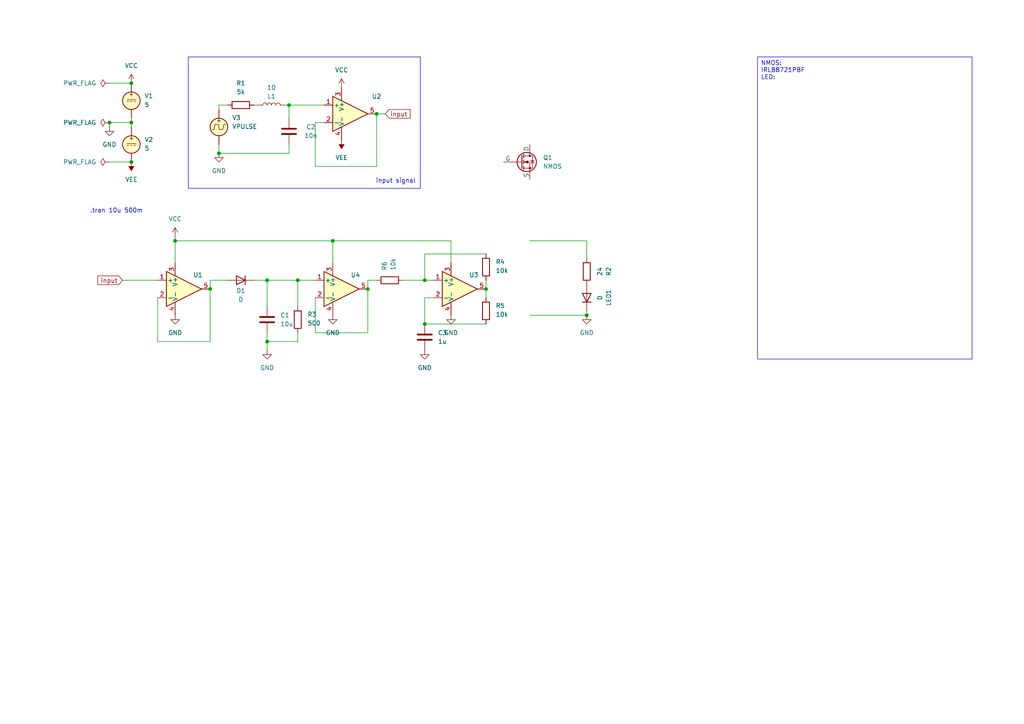
<source format=kicad_sch>
(kicad_sch (version 20231120) (generator "eeschema") (generator_version "8.0")
  (paper "A4")
  (lib_symbols
    (symbol "Device:C" (pin_numbers hide) (pin_names (offset 0.254))
      (property "Reference" "C" (at 0.635 2.54 0))
      (property "Value" "C" (at 0.635 -2.54 0))
      (symbol "C_0_1"
        (polyline (pts (xy -2.032 -0.762) (xy 2.032 -0.762)) (stroke (width 0.508)))
        (polyline (pts (xy -2.032 0.762) (xy 2.032 0.762)) (stroke (width 0.508)))
      )
      (symbol "C_1_1"
        (pin passive line (at 0 3.81 270) (length 2.794) (name "~") (number "1"))
        (pin passive line (at 0 -3.81 90) (length 2.794) (name "~") (number "2"))
      )
    )
    (symbol "Device:D" (pin_numbers hide) (pin_names (offset 1.016) hide)
      (property "Reference" "D" (at 0 2.54 0))
      (property "Value" "D" (at 0 -2.54 0))
      (symbol "D_0_1"
        (polyline (pts (xy -1.27 1.27) (xy -1.27 -1.27)) (stroke (width 0.254)))
        (polyline (pts (xy 1.27 0) (xy -1.27 0)))
        (polyline (pts (xy 1.27 1.27) (xy 1.27 -1.27) (xy -1.27 0) (xy 1.27 1.27)) (stroke (width 0.254)))
      )
      (symbol "D_1_1"
        (pin passive line (at -3.81 0 0) (length 2.54) (name "K") (number "1"))
        (pin passive line (at 3.81 0 180) (length 2.54) (name "A") (number "2"))
      )
    )
    (symbol "Device:L" (pin_numbers hide) (pin_names (offset 1.016) hide)
      (property "Reference" "L" (at -1.27 0 90))
      (property "Value" "L" (at 1.905 0 90))
      (symbol "L_0_1"
        (arc (start 0 -2.54) (mid 0.6323 -1.905) (end 0 -1.27))
        (arc (start 0 -1.27) (mid 0.6323 -0.635) (end 0 0))
        (arc (start 0 0) (mid 0.6323 0.635) (end 0 1.27))
        (arc (start 0 1.27) (mid 0.6323 1.905) (end 0 2.54))
      )
      (symbol "L_1_1"
        (pin passive line (at 0 3.81 270) (length 1.27) (name "1") (number "1"))
        (pin passive line (at 0 -3.81 90) (length 1.27) (name "2") (number "2"))
      )
    )
    (symbol "Device:R" (pin_numbers hide) (pin_names (offset 0))
      (property "Reference" "R" (at 2.032 0 90))
      (property "Value" "R" (at 0 0 90))
      (symbol "R_0_1"
        (rectangle (start -1.016 -2.54) (end 1.016 2.54) (stroke (width 0.254)))
      )
      (symbol "R_1_1"
        (pin passive line (at 0 3.81 270) (length 1.27) (name "~") (number "1"))
        (pin passive line (at 0 -3.81 90) (length 1.27) (name "~") (number "2"))
      )
    )
    (symbol "Simulation_SPICE:NMOS" (pin_numbers hide) (pin_names (offset 0))
      (property "Reference" "Q" (at 5.08 1.27 0))
      (property "Value" "NMOS" (at 5.08 -1.27 0))
      (symbol "NMOS_0_1"
        (polyline (pts (xy 0.254 0) (xy -2.54 0)))
        (polyline (pts (xy 0.254 1.905) (xy 0.254 -1.905)) (stroke (width 0.254)))
        (polyline (pts (xy 0.762 -1.27) (xy 0.762 -2.286)) (stroke (width 0.254)))
        (polyline (pts (xy 0.762 0.508) (xy 0.762 -0.508)) (stroke (width 0.254)))
        (polyline (pts (xy 0.762 2.286) (xy 0.762 1.27)) (stroke (width 0.254)))
        (polyline (pts (xy 2.54 2.54) (xy 2.54 1.778)))
        (polyline (pts (xy 2.54 -2.54) (xy 2.54 0) (xy 0.762 0)))
        (polyline (pts (xy 0.762 -1.778) (xy 3.302 -1.778) (xy 3.302 1.778) (xy 0.762 1.778)))
        (polyline (pts (xy 1.016 0) (xy 2.032 0.381) (xy 2.032 -0.381) (xy 1.016 0)) (fill (type outline)))
        (polyline (pts (xy 2.794 0.508) (xy 2.921 0.381) (xy 3.683 0.381) (xy 3.81 0.254)))
        (polyline (pts (xy 3.302 0.381) (xy 2.921 -0.254) (xy 3.683 -0.254) (xy 3.302 0.381)))
        (circle (center 1.651 0) (radius 2.794) (stroke (width 0.254)))
        (circle (center 2.54 -1.778) (radius 0.254) (fill (type outline)))
        (circle (center 2.54 1.778) (radius 0.254) (fill (type outline)))
      )
      (symbol "NMOS_1_1"
        (pin passive line (at 2.54 5.08 270) (length 2.54) (name "D") (number "1"))
        (pin input line (at -5.08 0 0) (length 2.54) (name "G") (number "2"))
        (pin passive line (at 2.54 -5.08 90) (length 2.54) (name "S") (number "3"))
      )
    )
    (symbol "Simulation_SPICE:OPAMP" (pin_names (offset 0.254))
      (property "Reference" "U" (at 3.81 3.175 0))
      (property "Value" "${SIM.PARAMS}" (at 3.81 -3.175 0))
      (symbol "OPAMP_0_1"
        (polyline (pts (xy 5.08 0) (xy -5.08 5.08) (xy -5.08 -5.08) (xy 5.08 0)) (stroke (width 0.254)) (fill (type background)))
      )
      (symbol "OPAMP_1_1"
        (pin input line (at -7.62 2.54 0) (length 2.54) (name "+") (number "1"))
        (pin input line (at -7.62 -2.54 0) (length 2.54) (name "-") (number "2"))
        (pin power_in line (at -2.54 7.62 270) (length 3.81) (name "V+") (number "3"))
        (pin power_in line (at -2.54 -7.62 90) (length 3.81) (name "V-") (number "4"))
        (pin output line (at 7.62 0 180) (length 2.54) (name "~") (number "5"))
      )
    )
    (symbol "Simulation_SPICE:VDC" (pin_numbers hide) (pin_names (offset 0.0254))
      (property "Reference" "V" (at 2.54 2.54 0))
      (property "Value" "1" (at 2.54 0 0))
      (symbol "VDC_0_0"
        (polyline (pts (xy -1.27 0.254) (xy 1.27 0.254)))
        (polyline (pts (xy -0.762 -0.254) (xy -1.27 -0.254)))
        (polyline (pts (xy 0.254 -0.254) (xy -0.254 -0.254)))
        (polyline (pts (xy 1.27 -0.254) (xy 0.762 -0.254)))
        (text "+" (at 0 1.905 0) (effects (font (size 1.27 1.27))))
      )
      (symbol "VDC_0_1"
        (circle (center 0 0) (radius 2.54) (stroke (width 0.254)) (fill (type background)))
      )
      (symbol "VDC_1_1"
        (pin passive line (at 0 5.08 270) (length 2.54) (name "~") (number "1"))
        (pin passive line (at 0 -5.08 90) (length 2.54) (name "~") (number "2"))
      )
    )
    (symbol "Simulation_SPICE:VPULSE" (pin_numbers hide) (pin_names (offset 0.0254))
      (property "Reference" "V" (at 2.54 2.54 0))
      (property "Value" "VPULSE" (at 2.54 0 0))
      (property "Sim.Params" "y1=0 y2=1 td=2n tr=2n tf=2n tw=50n per=100n" (at 2.54 -2.54 0))
      (symbol "VPULSE_0_0"
        (polyline (pts (xy -2.032 -0.762) (xy -1.397 -0.762) (xy -1.143 0.762) (xy -0.127 0.762) (xy 0.127 -0.762) (xy 1.143 -0.762) (xy 1.397 0.762) (xy 2.032 0.762)))
        (text "+" (at 0 1.905 0) (effects (font (size 1.27 1.27))))
      )
      (symbol "VPULSE_0_1"
        (circle (center 0 0) (radius 2.54) (stroke (width 0.254)) (fill (type background)))
      )
      (symbol "VPULSE_1_1"
        (pin passive line (at 0 5.08 270) (length 2.54) (name "~") (number "1"))
        (pin passive line (at 0 -5.08 90) (length 2.54) (name "~") (number "2"))
      )
    )
    (symbol "power:-5V" (power) (pin_numbers hide) (pin_names (offset 0) hide)
      (property "Value" "-5V" (at 0 3.556 0))
      (symbol "-5V_0_0"
        (pin power_in line (at 0 0 90) (length 0) (name "~") (number "1"))
      )
      (symbol "-5V_0_1"
        (polyline (pts (xy 0 0) (xy 0 1.27) (xy 0.762 1.27) (xy 0 2.54) (xy -0.762 1.27) (xy 0 1.27)) (fill (type outline)))
      )
    )
    (symbol "power:GND" (power) (pin_numbers hide) (pin_names (offset 0) hide)
      (property "Value" "GND" (at 0 -3.81 0))
      (symbol "GND_0_1"
        (polyline (pts (xy 0 0) (xy 0 -1.27) (xy 1.27 -1.27) (xy 0 -2.54) (xy -1.27 -1.27) (xy 0 -1.27)))
      )
      (symbol "GND_1_1"
        (pin power_in line (at 0 0 270) (length 0) (name "~") (number "1"))
      )
    )
    (symbol "power:PWR_FLAG" (power) (pin_numbers hide) (pin_names (offset 0) hide)
      (property "Value" "PWR_FLAG" (at 0 3.81 0))
      (symbol "PWR_FLAG_0_0"
        (pin power_out line (at 0 0 90) (length 0) (name "~") (number "1"))
      )
      (symbol "PWR_FLAG_0_1"
        (polyline (pts (xy 0 0) (xy 0 1.27) (xy -1.016 1.905) (xy 0 2.54) (xy 1.016 1.905) (xy 0 1.27)))
      )
    )
    (symbol "power:VCC" (power) (pin_numbers hide) (pin_names (offset 0) hide)
      (property "Value" "VCC" (at 0 3.556 0))
      (symbol "VCC_0_1"
        (polyline (pts (xy -0.762 1.27) (xy 0 2.54)))
        (polyline (pts (xy 0 0) (xy 0 2.54)))
        (polyline (pts (xy 0 2.54) (xy 0.762 1.27)))
      )
      (symbol "VCC_1_1"
        (pin power_in line (at 0 0 90) (length 0) (name "~") (number "1"))
      )
    )
    (symbol "power:VEE" (power) (pin_numbers hide) (pin_names (offset 0) hide)
      (property "Value" "VEE" (at 0 3.556 0))
      (symbol "VEE_0_1"
        (polyline (pts (xy 0 0) (xy 0 2.54)))
        (polyline (pts (xy 0.762 1.27) (xy -0.762 1.27) (xy 0 2.54) (xy 0.762 1.27)) (fill (type outline)))
      )
      (symbol "VEE_1_1"
        (pin power_in line (at 0 0 90) (length 0) (name "~") (number "1"))
      )
    )
  )
  (junction (at 38.1 24.13))
  (junction (at 123.19 93.98))
  (junction (at 63.5 44.45))
  (junction (at 83.82 30.48))
  (junction (at 60.96 83.82))
  (junction (at 106.68 83.82))
  (junction (at 170.18 91.44))
  (junction (at 38.1 35.56))
  (junction (at 38.1 46.99))
  (junction (at 123.19 81.28))
  (junction (at 31.75 35.56))
  (junction (at 140.97 83.82))
  (junction (at 50.8 69.85))
  (junction (at 109.22 33.02))
  (junction (at 77.47 81.28))
  (junction (at 96.52 69.85))
  (junction (at 77.47 99.06))
  (junction (at 86.36 81.28))
  (wire (pts (xy 140.97 83.82) (xy 140.97 86.36)))
  (wire (pts (xy 153.67 69.85) (xy 170.18 69.85)))
  (wire (pts (xy 93.98 35.56) (xy 91.44 35.56)))
  (wire (pts (xy 63.5 44.45) (xy 83.82 44.45)))
  (wire (pts (xy 96.52 69.85) (xy 130.81 69.85)))
  (wire (pts (xy 77.47 81.28) (xy 86.36 81.28)))
  (wire (pts (xy 91.44 48.26) (xy 109.22 48.26)))
  (wire (pts (xy 38.1 34.29) (xy 38.1 35.56)))
  (wire (pts (xy 38.1 35.56) (xy 38.1 36.83)))
  (wire (pts (xy 170.18 74.93) (xy 170.18 69.85)))
  (wire (pts (xy 140.97 81.28) (xy 140.97 83.82)))
  (wire (pts (xy 123.19 86.36) (xy 125.73 86.36)))
  (wire (pts (xy 77.47 88.9) (xy 77.47 81.28)))
  (wire (pts (xy 83.82 30.48) (xy 93.98 30.48)))
  (wire (pts (xy 83.82 41.91) (xy 83.82 44.45)))
  (wire (pts (xy 86.36 81.28) (xy 91.44 81.28)))
  (wire (pts (xy 109.22 33.02) (xy 109.22 48.26)))
  (wire (pts (xy 170.18 90.17) (xy 170.18 91.44)))
  (wire (pts (xy 50.8 69.85) (xy 50.8 76.2)))
  (wire (pts (xy 77.47 99.06) (xy 86.36 99.06)))
  (wire (pts (xy 123.19 73.66) (xy 140.97 73.66)))
  (wire (pts (xy 63.5 30.48) (xy 66.04 30.48)))
  (wire (pts (xy 50.8 69.85) (xy 96.52 69.85)))
  (wire (pts (xy 130.81 76.2) (xy 130.81 69.85)))
  (wire (pts (xy 153.67 91.44) (xy 170.18 91.44)))
  (wire (pts (xy 123.19 93.98) (xy 123.19 86.36)))
  (wire (pts (xy 35.56 81.28) (xy 45.72 81.28)))
  (wire (pts (xy 73.66 81.28) (xy 77.47 81.28)))
  (wire (pts (xy 106.68 83.82) (xy 106.68 96.52)))
  (wire (pts (xy 50.8 68.58) (xy 50.8 69.85)))
  (wire (pts (xy 96.52 69.85) (xy 96.52 76.2)))
  (wire (pts (xy 83.82 34.29) (xy 83.82 30.48)))
  (wire (pts (xy 38.1 35.56) (xy 31.75 35.56)))
  (wire (pts (xy 91.44 96.52) (xy 91.44 86.36)))
  (wire (pts (xy 60.96 99.06) (xy 60.96 83.82)))
  (wire (pts (xy 123.19 81.28) (xy 125.73 81.28)))
  (wire (pts (xy 77.47 101.6) (xy 77.47 99.06)))
  (wire (pts (xy 77.47 99.06) (xy 77.47 96.52)))
  (wire (pts (xy 91.44 35.56) (xy 91.44 48.26)))
  (wire (pts (xy 60.96 83.82) (xy 60.96 81.28)))
  (wire (pts (xy 31.75 35.56) (xy 31.75 36.83)))
  (wire (pts (xy 63.5 41.91) (xy 63.5 44.45)))
  (wire (pts (xy 45.72 99.06) (xy 60.96 99.06)))
  (wire (pts (xy 109.22 33.02) (xy 111.76 33.02)))
  (wire (pts (xy 109.22 81.28) (xy 106.68 81.28)))
  (wire (pts (xy 31.75 46.99) (xy 38.1 46.99)))
  (wire (pts (xy 82.55 30.48) (xy 83.82 30.48)))
  (wire (pts (xy 106.68 81.28) (xy 106.68 83.82)))
  (wire (pts (xy 116.84 81.28) (xy 123.19 81.28)))
  (wire (pts (xy 123.19 81.28) (xy 123.19 73.66)))
  (wire (pts (xy 86.36 81.28) (xy 86.36 88.9)))
  (wire (pts (xy 63.5 30.48) (xy 63.5 31.75)))
  (wire (pts (xy 86.36 99.06) (xy 86.36 96.52)))
  (wire (pts (xy 45.72 86.36) (xy 45.72 99.06)))
  (wire (pts (xy 106.68 96.52) (xy 91.44 96.52)))
  (wire (pts (xy 60.96 81.28) (xy 66.04 81.28)))
  (wire (pts (xy 31.75 24.13) (xy 38.1 24.13)))
  (wire (pts (xy 73.66 30.48) (xy 74.93 30.48)))
  (wire (pts (xy 140.97 93.98) (xy 123.19 93.98)))
  (rectangle (start 54.61 16.51) (end 121.92 54.61))
  (text_box "NMOS:\nIRLB8721PBF\nLED:" (at 219.71 16.51 0) (size 62.23 87.63) (effects (font (size 1.27 1.27)) (justify left top)))
  (text "input signal" (at 114.808 52.578 0) (effects (font (size 1.27 1.27))))
  (text ".tran 10u 500m" (at 33.782 61.214 0) (effects (font (size 1.27 1.27))))
  (global_label "input" (shape input) (at 35.56 81.28 180) (property "Intersheetrefs" "${INTERSHEET_REFS}" (effects (hide yes))))
  (global_label "input" (shape input) (at 111.76 33.02 0) (property "Intersheetrefs" "${INTERSHEET_REFS}" (effects (hide yes))))
  (symbol (lib_id "power:VCC") (at 38.1 24.13 0) (unit 1)
    (property "Reference" "#PWR02" (effects (hide yes)))
    (property "Value" "VCC" (at 38.1 19.05 0))
    (property "Description" "Power symbol creates a global label with name \"VCC\"" (effects (hide yes)))
  )
  (symbol (lib_id "Device:R") (at 170.18 78.74 0) (unit 1)
    (property "Reference" "R2" (at 176.53 78.74 90))
    (property "Value" "24" (at 173.99 78.74 90))
    (property "Description" "Resistor" (effects (hide yes)))
  )
  (symbol (lib_id "power:PWR_FLAG") (at 31.75 46.99 90) (unit 1)
    (property "Reference" "#FLG03" (effects (hide yes)))
    (property "Value" "PWR_FLAG" (at 27.94 46.9899 90) (effects (justify left)))
    (property "Description" "Special symbol for telling ERC where power comes from" (effects (hide yes)))
  )
  (symbol (lib_id "Simulation_SPICE:OPAMP") (at 53.34 83.82 0) (unit 1)
    (property "Reference" "U1" (at 57.404 79.756 0))
    (property "Value" "${SIM.PARAMS}" (at 60.96 80.6765 0))
    (property "Datasheet" "https://ngspice.sourceforge.io/docs/ngspice-html-manual/manual.xhtml#sec__SUBCKT_Subcircuits" (effects (hide yes)))
    (property "Description" "Operational amplifier, single, node sequence=1:+ 2:- 3:OUT 4:V+ 5:V-" (effects (hide yes)))
    (property "Sim.Pins" "1=in+ 2=in- 3=vcc 4=vee 5=out" (effects (hide yes)))
    (property "Sim.Device" "SUBCKT" (effects (hide yes)))
    (property "Sim.Library" "${KICAD8_SYMBOL_DIR}/Simulation_SPICE.sp" (effects (hide yes)))
    (property "Sim.Name" "kicad_builtin_opamp" (effects (hide yes)))
  )
  (symbol (lib_id "power:GND") (at 96.52 91.44 0) (unit 1)
    (property "Reference" "#PWR013" (effects (hide yes)))
    (property "Value" "GND" (at 96.52 96.52 0))
    (property "Description" "Power symbol creates a global label with name \"GND\" , ground" (effects (hide yes)))
  )
  (symbol (lib_id "power:VEE") (at 38.1 46.99 180) (unit 1)
    (property "Reference" "#PWR03" (effects (hide yes)))
    (property "Value" "VEE" (at 38.1 52.07 0))
    (property "Description" "Power symbol creates a global label with name \"VEE\"" (effects (hide yes)))
  )
  (symbol (lib_id "Device:L") (at 78.74 30.48 90) (unit 1)
    (property "Reference" "L1" (at 78.74 27.94 90))
    (property "Value" "10" (at 78.74 25.4 90))
    (property "Description" "Inductor" (effects (hide yes)))
  )
  (symbol (lib_id "Device:C") (at 77.47 92.71 0) (unit 1)
    (property "Reference" "C1" (at 81.28 91.4399 0) (effects (justify left)))
    (property "Value" "10u" (at 81.28 93.9799 0) (effects (justify left)))
    (property "Description" "Unpolarized capacitor" (effects (hide yes)))
  )
  (symbol (lib_id "Simulation_SPICE:NMOS") (at 151.13 46.99 0) (unit 1)
    (property "Reference" "Q1" (at 157.48 45.7199 0) (effects (justify left)))
    (property "Value" "NMOS" (at 157.48 48.2599 0) (effects (justify left)))
    (property "Datasheet" "https://ngspice.sourceforge.io/docs/ngspice-html-manual/manual.xhtml#cha_MOSFETs" (effects (hide yes)))
    (property "Description" "N-MOSFET transistor, drain/source/gate" (effects (hide yes)))
    (property "Sim.Device" "NMOS" (effects (hide yes)))
    (property "Sim.Type" "VDMOS" (effects (hide yes)))
    (property "Sim.Pins" "1=D 2=G 3=S" (effects (hide yes)))
  )
  (symbol (lib_id "power:GND") (at 130.81 91.44 0) (unit 1)
    (property "Reference" "#PWR011" (effects (hide yes)))
    (property "Value" "GND" (at 130.81 96.52 0))
    (property "Description" "Power symbol creates a global label with name \"GND\" , ground" (effects (hide yes)))
  )
  (symbol (lib_id "power:GND") (at 50.8 91.44 0) (unit 1)
    (property "Reference" "#PWR05" (effects (hide yes)))
    (property "Value" "GND" (at 50.8 96.52 0))
    (property "Description" "Power symbol creates a global label with name \"GND\" , ground" (effects (hide yes)))
  )
  (symbol (lib_id "Device:R") (at 69.85 30.48 90) (unit 1)
    (property "Reference" "R1" (at 69.85 24.13 90))
    (property "Value" "5k" (at 69.85 26.67 90))
    (property "Description" "Resistor" (effects (hide yes)))
  )
  (symbol (lib_id "Device:D") (at 69.85 81.28 180) (unit 1)
    (property "Reference" "D1" (at 69.85 84.328 0))
    (property "Value" "D" (at 69.85 86.868 0))
    (property "Description" "Diode" (effects (hide yes)))
    (property "Sim.Device" "D" (effects (hide yes)))
    (property "Sim.Pins" "1=K 2=A" (effects (hide yes)))
  )
  (symbol (lib_id "Device:R") (at 140.97 90.17 0) (unit 1)
    (property "Reference" "R5" (at 143.764 88.646 0) (effects (justify left)))
    (property "Value" "10k" (at 143.764 91.186 0) (effects (justify left)))
    (property "Description" "Resistor" (effects (hide yes)))
  )
  (symbol (lib_id "power:GND") (at 77.47 101.6 0) (unit 1)
    (property "Reference" "#PWR07" (effects (hide yes)))
    (property "Value" "GND" (at 77.47 106.68 0))
    (property "Description" "Power symbol creates a global label with name \"GND\" , ground" (effects (hide yes)))
  )
  (symbol (lib_id "power:-5V") (at 99.06 40.64 180) (unit 1)
    (property "Reference" "#PWR09" (effects (hide yes)))
    (property "Value" "VEE" (at 99.06 45.72 0))
    (property "Description" "Power symbol creates a global label with name \"-5V\"" (effects (hide yes)))
  )
  (symbol (lib_id "Device:R") (at 113.03 81.28 90) (unit 1)
    (property "Reference" "R6" (at 111.506 78.486 0) (effects (justify left)))
    (property "Value" "10k" (at 114.046 78.486 0) (effects (justify left)))
    (property "Description" "Resistor" (effects (hide yes)))
  )
  (symbol (lib_id "Simulation_SPICE:OPAMP") (at 99.06 83.82 0) (unit 1)
    (property "Reference" "U4" (at 103.124 79.756 0))
    (property "Value" "${SIM.PARAMS}" (at 106.68 80.6765 0))
    (property "Datasheet" "https://ngspice.sourceforge.io/docs/ngspice-html-manual/manual.xhtml#sec__SUBCKT_Subcircuits" (effects (hide yes)))
    (property "Description" "Operational amplifier, single, node sequence=1:+ 2:- 3:OUT 4:V+ 5:V-" (effects (hide yes)))
    (property "Sim.Pins" "1=in+ 2=in- 3=vcc 4=vee 5=out" (effects (hide yes)))
    (property "Sim.Device" "SUBCKT" (effects (hide yes)))
    (property "Sim.Library" "${KICAD8_SYMBOL_DIR}/Simulation_SPICE.sp" (effects (hide yes)))
    (property "Sim.Name" "kicad_builtin_opamp" (effects (hide yes)))
  )
  (symbol (lib_id "power:PWR_FLAG") (at 31.75 35.56 90) (unit 1)
    (property "Reference" "#FLG02" (effects (hide yes)))
    (property "Value" "PWR_FLAG" (at 27.94 35.5599 90) (effects (justify left)))
    (property "Description" "Special symbol for telling ERC where power comes from" (effects (hide yes)))
  )
  (symbol (lib_id "power:PWR_FLAG") (at 31.75 24.13 90) (unit 1)
    (property "Reference" "#FLG01" (effects (hide yes)))
    (property "Value" "PWR_FLAG" (at 27.94 24.1299 90) (effects (justify left)))
    (property "Description" "Special symbol for telling ERC where power comes from" (effects (hide yes)))
  )
  (symbol (lib_id "Device:R") (at 140.97 77.47 0) (unit 1)
    (property "Reference" "R4" (at 143.764 75.946 0) (effects (justify left)))
    (property "Value" "10k" (at 143.764 78.486 0) (effects (justify left)))
    (property "Description" "Resistor" (effects (hide yes)))
  )
  (symbol (lib_id "power:VCC") (at 99.06 25.4 0) (unit 1)
    (property "Reference" "#PWR08" (effects (hide yes)))
    (property "Value" "VCC" (at 99.06 20.32 0))
    (property "Description" "Power symbol creates a global label with name \"VCC\"" (effects (hide yes)))
  )
  (symbol (lib_id "power:VCC") (at 50.8 68.58 0) (unit 1)
    (property "Reference" "#PWR04" (effects (hide yes)))
    (property "Value" "VCC" (at 50.8 63.5 0))
    (property "Description" "Power symbol creates a global label with name \"VCC\"" (effects (hide yes)))
  )
  (symbol (lib_id "power:GND") (at 170.18 91.44 0) (unit 1)
    (property "Reference" "#PWR012" (effects (hide yes)))
    (property "Value" "GND" (at 170.18 96.52 0))
    (property "Description" "Power symbol creates a global label with name \"GND\" , ground" (effects (hide yes)))
  )
  (symbol (lib_id "Simulation_SPICE:VDC") (at 38.1 29.21 0) (unit 1)
    (property "Reference" "V1" (at 41.91 27.8101 0) (effects (justify left)))
    (property "Value" "5" (at 41.91 30.3501 0) (effects (justify left)))
    (property "Datasheet" "https://ngspice.sourceforge.io/docs/ngspice-html-manual/manual.xhtml#sec_Independent_Sources_for" (effects (hide yes)))
    (property "Description" "Voltage source, DC" (effects (hide yes)))
    (property "Sim.Pins" "1=+ 2=-" (effects (hide yes)))
    (property "Sim.Type" "DC" (effects (hide yes)))
    (property "Sim.Device" "V" (effects (hide yes)))
  )
  (symbol (lib_id "power:GND") (at 63.5 44.45 0) (unit 1)
    (property "Reference" "#PWR06" (effects (hide yes)))
    (property "Value" "GND" (at 63.5 49.53 0))
    (property "Description" "Power symbol creates a global label with name \"GND\" , ground" (effects (hide yes)))
  )
  (symbol (lib_id "Device:R") (at 86.36 92.71 0) (unit 1)
    (property "Reference" "R3" (at 89.154 91.186 0) (effects (justify left)))
    (property "Value" "500" (at 89.154 93.726 0) (effects (justify left)))
    (property "Description" "Resistor" (effects (hide yes)))
  )
  (symbol (lib_id "Simulation_SPICE:OPAMP") (at 101.6 33.02 0) (unit 1)
    (property "Reference" "U2" (at 109.22 27.9714 0))
    (property "Value" "${SIM.PARAMS}" (at 109.22 29.8765 0))
    (property "Datasheet" "https://ngspice.sourceforge.io/docs/ngspice-html-manual/manual.xhtml#sec__SUBCKT_Subcircuits" (effects (hide yes)))
    (property "Description" "Operational amplifier, single, node sequence=1:+ 2:- 3:OUT 4:V+ 5:V-" (effects (hide yes)))
    (property "Sim.Pins" "1=in+ 2=in- 3=vcc 4=vee 5=out" (effects (hide yes)))
    (property "Sim.Device" "SUBCKT" (effects (hide yes)))
    (property "Sim.Library" "${KICAD8_SYMBOL_DIR}/Simulation_SPICE.sp" (effects (hide yes)))
    (property "Sim.Name" "kicad_builtin_opamp" (effects (hide yes)))
  )
  (symbol (lib_id "power:GND") (at 31.75 36.83 0) (unit 1)
    (property "Reference" "#PWR01" (effects (hide yes)))
    (property "Value" "GND" (at 31.75 41.91 0))
    (property "Description" "Power symbol creates a global label with name \"GND\" , ground" (effects (hide yes)))
  )
  (symbol (lib_id "power:GND") (at 123.19 101.6 0) (unit 1)
    (property "Reference" "#PWR010" (effects (hide yes)))
    (property "Value" "GND" (at 123.19 106.68 0))
    (property "Description" "Power symbol creates a global label with name \"GND\" , ground" (effects (hide yes)))
  )
  (symbol (lib_id "Device:D") (at 170.18 86.36 90) (unit 1)
    (property "Reference" "LED1" (at 176.53 86.36 0))
    (property "Value" "D" (at 173.99 86.36 0))
    (property "Description" "Diode" (effects (hide yes)))
    (property "Sim.Device" "D" (effects (hide yes)))
    (property "Sim.Pins" "1=K 2=A" (effects (hide yes)))
  )
  (symbol (lib_id "Simulation_SPICE:VPULSE") (at 63.5 36.83 0) (unit 1)
    (property "Reference" "V3" (at 67.31 34.1601 0) (effects (justify left)))
    (property "Value" "VPULSE" (at 67.31 36.7001 0) (effects (justify left)))
    (property "Datasheet" "https://ngspice.sourceforge.io/docs/ngspice-html-manual/manual.xhtml#sec_Independent_Sources_for" (effects (hide yes)))
    (property "Description" "Voltage source, pulse" (effects (hide yes)))
    (property "Sim.Pins" "1=+ 2=-" (effects (hide yes)))
    (property "Sim.Type" "PULSE" (effects (hide yes)))
    (property "Sim.Device" "V" (effects (hide yes)))
    (property "Sim.Params" "y1=0 y2=1 td=0 tr=2n tf=2n tw=1ms" (effects (hide yes)))
  )
  (symbol (lib_id "Device:C") (at 123.19 97.79 0) (unit 1)
    (property "Reference" "C3" (at 127 96.5199 0) (effects (justify left)))
    (property "Value" "1u" (at 127 99.0599 0) (effects (justify left)))
    (property "Description" "Unpolarized capacitor" (effects (hide yes)))
  )
  (symbol (lib_id "Simulation_SPICE:OPAMP") (at 133.35 83.82 0) (unit 1)
    (property "Reference" "U3" (at 137.414 79.756 0))
    (property "Value" "${SIM.PARAMS}" (at 140.97 80.6765 0))
    (property "Datasheet" "https://ngspice.sourceforge.io/docs/ngspice-html-manual/manual.xhtml#sec__SUBCKT_Subcircuits" (effects (hide yes)))
    (property "Description" "Operational amplifier, single, node sequence=1:+ 2:- 3:OUT 4:V+ 5:V-" (effects (hide yes)))
    (property "Sim.Pins" "1=in+ 2=in- 3=vcc 4=vee 5=out" (effects (hide yes)))
    (property "Sim.Device" "SUBCKT" (effects (hide yes)))
    (property "Sim.Library" "${KICAD8_SYMBOL_DIR}/Simulation_SPICE.sp" (effects (hide yes)))
    (property "Sim.Name" "kicad_builtin_opamp" (effects (hide yes)))
  )
  (symbol (lib_id "Simulation_SPICE:VDC") (at 38.1 41.91 0) (unit 1)
    (property "Reference" "V2" (at 41.91 40.5101 0) (effects (justify left)))
    (property "Value" "5" (at 41.91 43.0501 0) (effects (justify left)))
    (property "Datasheet" "https://ngspice.sourceforge.io/docs/ngspice-html-manual/manual.xhtml#sec_Independent_Sources_for" (effects (hide yes)))
    (property "Description" "Voltage source, DC" (effects (hide yes)))
    (property "Sim.Pins" "1=+ 2=-" (effects (hide yes)))
    (property "Sim.Type" "DC" (effects (hide yes)))
    (property "Sim.Device" "V" (effects (hide yes)))
  )
  (symbol (lib_id "Device:C") (at 83.82 38.1 0) (unit 1)
    (property "Reference" "C2" (at 90.17 36.83 0))
    (property "Value" "10n" (at 90.17 39.37 0))
    (property "Description" "Unpolarized capacitor" (effects (hide yes)))
  )
)
</source>
